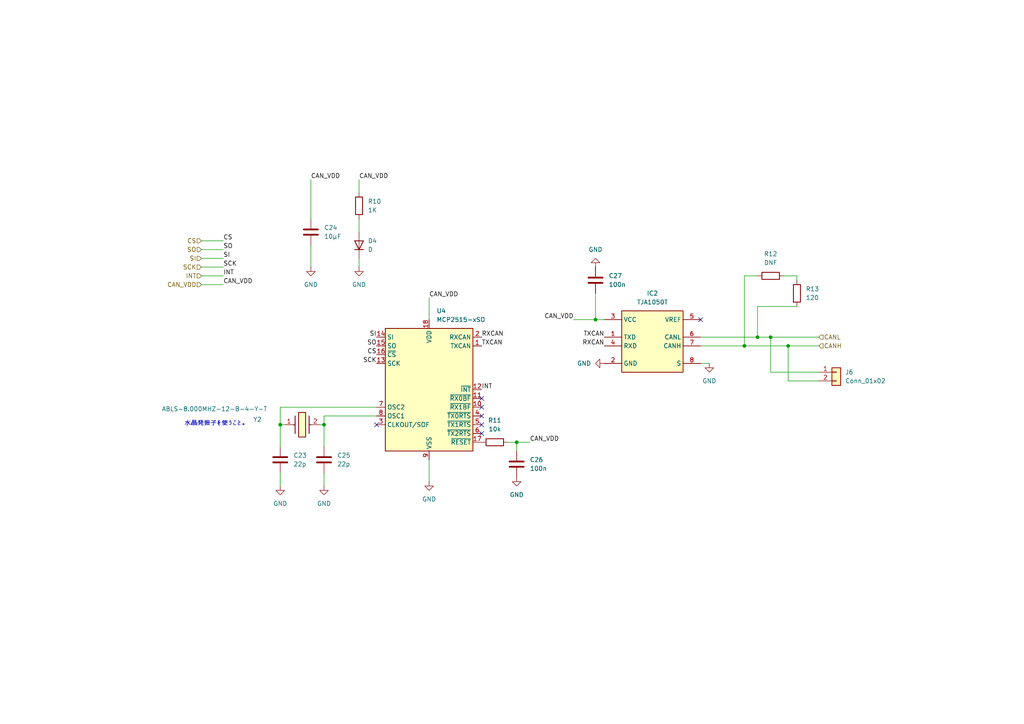
<source format=kicad_sch>
(kicad_sch (version 20250114) (generator "eeschema") (generator_version "9.0")
  (paper "A4")
  (lib_symbols
    (symbol "ABLS-8_000MHZ-12-B-4-Y-T:ABLS-8.000MHZ-12-B-4-Y-T" (pin_names (hide yes))
      (property "Reference" "Y" (at 8.89 6.35 0))
      (property "Value" "ABLS-8.000MHZ-12-B-4-Y-T" (at 8.89 3.81 0))
      (symbol "ABLS-8.000MHZ-12-B-4-Y-T_1_1"
        (polyline (pts (xy 3.048 2.54) (xy 3.048 -2.54)) (stroke (width 0.254)))
        (polyline (pts (xy 3.048 0) (xy 2.54 0)) (stroke (width 0.254)))
        (rectangle (start 4.064 3.556) (end 6.096 -3.556) (stroke (width 0.254)) (fill (type background)))
        (polyline (pts (xy 7.112 2.54) (xy 7.112 -2.54)) (stroke (width 0.254)))
        (polyline (pts (xy 7.112 0) (xy 7.62 0)) (stroke (width 0.254)))
        (pin passive line (at 0 0 0) (length 2.54) (name "1") (number "1"))
        (pin passive line (at 10.16 0 180) (length 2.54) (name "2") (number "2"))
      )
    )
    (symbol "Connector_Generic:Conn_01x02" (pin_names (offset 1.016) (hide yes))
      (property "Reference" "J" (at 0 2.54 0))
      (property "Value" "Conn_01x02" (at 0 -5.08 0))
      (symbol "Conn_01x02_1_1"
        (rectangle (start -1.27 1.27) (end 1.27 -3.81) (stroke (width 0.254)) (fill (type background)))
        (rectangle (start -1.27 0.127) (end 0 -0.127) (stroke (width 0.1524)))
        (rectangle (start -1.27 -2.413) (end 0 -2.667) (stroke (width 0.1524)))
        (pin passive line (at -5.08 0 0) (length 3.81) (name "Pin_1") (number "1"))
        (pin passive line (at -5.08 -2.54 0) (length 3.81) (name "Pin_2") (number "2"))
      )
    )
    (symbol "Device:C" (pin_numbers (hide yes)) (pin_names (offset 0.254))
      (property "Reference" "C" (at 0.635 2.54 0))
      (property "Value" "C" (at 0.635 -2.54 0))
      (symbol "C_0_1"
        (polyline (pts (xy -2.032 0.762) (xy 2.032 0.762)) (stroke (width 0.508)))
        (polyline (pts (xy -2.032 -0.762) (xy 2.032 -0.762)) (stroke (width 0.508)))
      )
      (symbol "C_1_1"
        (pin passive line (at 0 3.81 270) (length 2.794) (name "~") (number "1"))
        (pin passive line (at 0 -3.81 90) (length 2.794) (name "~") (number "2"))
      )
    )
    (symbol "Device:D" (pin_numbers (hide yes)) (pin_names (offset 1.016) (hide yes))
      (property "Reference" "D" (at 0 2.54 0))
      (property "Value" "D" (at 0 -2.54 0))
      (symbol "D_0_1"
        (polyline (pts (xy -1.27 1.27) (xy -1.27 -1.27)) (stroke (width 0.254)))
        (polyline (pts (xy 1.27 1.27) (xy 1.27 -1.27) (xy -1.27 0) (xy 1.27 1.27)) (stroke (width 0.254)))
        (polyline (pts (xy 1.27 0) (xy -1.27 0)))
      )
      (symbol "D_1_1"
        (pin passive line (at -3.81 0 0) (length 2.54) (name "K") (number "1"))
        (pin passive line (at 3.81 0 180) (length 2.54) (name "A") (number "2"))
      )
    )
    (symbol "Device:R" (pin_numbers (hide yes)) (pin_names (offset 0))
      (property "Reference" "R" (at 2.032 0 90))
      (property "Value" "R" (at 0 0 90))
      (symbol "R_0_1"
        (rectangle (start -1.016 -2.54) (end 1.016 2.54) (stroke (width 0.254)))
      )
      (symbol "R_1_1"
        (pin passive line (at 0 3.81 270) (length 1.27) (name "~") (number "1"))
        (pin passive line (at 0 -3.81 90) (length 1.27) (name "~") (number "2"))
      )
    )
    (symbol "Interface_CAN_LIN:MCP2515-xSO"
      (property "Reference" "U" (at -10.16 19.685 0))
      (property "Value" "MCP2515-xSO" (at 19.05 20.32 0))
      (symbol "MCP2515-xSO_0_1"
        (rectangle (start -12.7 17.78) (end 12.7 -17.78) (stroke (width 0.254)) (fill (type background)))
      )
      (symbol "MCP2515-xSO_1_1"
        (pin input line (at -15.24 15.24 0) (length 2.54) (name "SI") (number "14"))
        (pin output line (at -15.24 12.7 0) (length 2.54) (name "SO") (number "15"))
        (pin input line (at -15.24 10.16 0) (length 2.54) (name "~{CS}") (number "16"))
        (pin input line (at -15.24 7.62 0) (length 2.54) (name "SCK") (number "13"))
        (pin output line (at -15.24 -5.08 0) (length 2.54) (name "OSC2") (number "7"))
        (pin input line (at -15.24 -7.62 0) (length 2.54) (name "OSC1") (number "8"))
        (pin output line (at -15.24 -10.16 0) (length 2.54) (name "CLKOUT/SOF") (number "3"))
        (pin power_in line (at 0 20.32 270) (length 2.54) (name "VDD") (number "18"))
        (pin power_in line (at 0 -20.32 90) (length 2.54) (name "VSS") (number "9"))
        (pin input line (at 15.24 15.24 180) (length 2.54) (name "RXCAN") (number "2"))
        (pin output line (at 15.24 12.7 180) (length 2.54) (name "TXCAN") (number "1"))
        (pin output line (at 15.24 0 180) (length 2.54) (name "~{INT}") (number "12"))
        (pin output line (at 15.24 -2.54 180) (length 2.54) (name "~{RX0BF}") (number "11"))
        (pin output line (at 15.24 -5.08 180) (length 2.54) (name "~{RX1BF}") (number "10"))
        (pin input line (at 15.24 -7.62 180) (length 2.54) (name "~{TX0RTS}") (number "4"))
        (pin input line (at 15.24 -10.16 180) (length 2.54) (name "~{TX1RTS}") (number "5"))
        (pin input line (at 15.24 -12.7 180) (length 2.54) (name "~{TX2RTS}") (number "6"))
        (pin input line (at 15.24 -15.24 180) (length 2.54) (name "~{RESET}") (number "17"))
      )
    )
    (symbol "TJA1050T:TJA1050T"
      (property "Reference" "IC" (at 24.13 7.62 0))
      (property "Value" "TJA1050T" (at 24.13 5.08 0))
      (symbol "TJA1050T_1_1"
        (rectangle (start 5.08 2.54) (end 22.86 -15.24) (stroke (width 0.254)) (fill (type background)))
        (pin passive line (at 0 0 0) (length 5.08) (name "VCC") (number "3"))
        (pin passive line (at 0 -5.08 0) (length 5.08) (name "TXD") (number "1"))
        (pin passive line (at 0 -7.62 0) (length 5.08) (name "RXD") (number "4"))
        (pin passive line (at 0 -12.7 0) (length 5.08) (name "GND") (number "2"))
        (pin passive line (at 27.94 0 180) (length 5.08) (name "VREF") (number "5"))
        (pin passive line (at 27.94 -5.08 180) (length 5.08) (name "CANL") (number "6"))
        (pin passive line (at 27.94 -7.62 180) (length 5.08) (name "CANH") (number "7"))
        (pin passive line (at 27.94 -12.7 180) (length 5.08) (name "S") (number "8"))
      )
    )
    (symbol "power:GND" (power) (pin_numbers (hide yes)) (pin_names (offset 0) (hide yes))
      (property "Value" "GND" (at 0 -3.81 0))
      (symbol "GND_0_1"
        (polyline (pts (xy 0 0) (xy 0 -1.27) (xy 1.27 -1.27) (xy 0 -2.54) (xy -1.27 -1.27) (xy 0 -1.27)))
      )
      (symbol "GND_1_1"
        (pin power_in line (at 0 0 270) (length 0) (name "~") (number "1"))
      )
    )
  )
  (text "水晶発振子を使うこと。" (at 62.484 122.936 0) (effects (font (size 1.27 1.27))))
  (junction (at 228.6 100.33))
  (junction (at 81.28 123.19))
  (junction (at 172.72 92.71))
  (junction (at 223.52 97.79))
  (junction (at 149.86 128.27))
  (junction (at 215.9 100.33))
  (junction (at 219.71 97.79))
  (junction (at 93.98 123.19))
  (no_connect (at 109.22 123.19))
  (no_connect (at 139.7 123.19))
  (no_connect (at 139.7 115.57))
  (no_connect (at 139.7 125.73))
  (no_connect (at 139.7 120.65))
  (no_connect (at 203.2 92.71))
  (no_connect (at 139.7 118.11))
  (wire (pts (xy 93.98 123.19) (xy 93.98 129.54)))
  (wire (pts (xy 219.71 88.9) (xy 231.14 88.9)))
  (wire (pts (xy 219.71 97.79) (xy 223.52 97.79)))
  (wire (pts (xy 81.28 123.19) (xy 82.55 123.19)))
  (wire (pts (xy 149.86 128.27) (xy 149.86 130.81)))
  (wire (pts (xy 228.6 100.33) (xy 237.49 100.33)))
  (wire (pts (xy 109.22 118.11) (xy 81.28 118.11)))
  (wire (pts (xy 58.42 72.39) (xy 64.77 72.39)))
  (wire (pts (xy 58.42 82.55) (xy 64.77 82.55)))
  (wire (pts (xy 93.98 137.16) (xy 93.98 140.97)))
  (wire (pts (xy 92.71 123.19) (xy 93.98 123.19)))
  (wire (pts (xy 223.52 97.79) (xy 223.52 107.95)))
  (wire (pts (xy 228.6 100.33) (xy 228.6 110.49)))
  (wire (pts (xy 104.14 67.31) (xy 104.14 63.5)))
  (wire (pts (xy 81.28 118.11) (xy 81.28 123.19)))
  (wire (pts (xy 58.42 80.01) (xy 64.77 80.01)))
  (wire (pts (xy 81.28 123.19) (xy 81.28 129.54)))
  (wire (pts (xy 223.52 97.79) (xy 237.49 97.79)))
  (wire (pts (xy 104.14 52.07) (xy 104.14 55.88)))
  (wire (pts (xy 93.98 120.65) (xy 93.98 123.19)))
  (wire (pts (xy 58.42 74.93) (xy 64.77 74.93)))
  (wire (pts (xy 81.28 137.16) (xy 81.28 140.97)))
  (wire (pts (xy 166.37 92.71) (xy 172.72 92.71)))
  (wire (pts (xy 58.42 69.85) (xy 64.77 69.85)))
  (wire (pts (xy 90.17 52.07) (xy 90.17 63.5)))
  (wire (pts (xy 172.72 85.09) (xy 172.72 92.71)))
  (wire (pts (xy 215.9 100.33) (xy 215.9 80.01)))
  (wire (pts (xy 104.14 74.93) (xy 104.14 77.47)))
  (wire (pts (xy 215.9 80.01) (xy 219.71 80.01)))
  (wire (pts (xy 147.32 128.27) (xy 149.86 128.27)))
  (wire (pts (xy 227.33 80.01) (xy 231.14 80.01)))
  (wire (pts (xy 203.2 100.33) (xy 215.9 100.33)))
  (wire (pts (xy 172.72 92.71) (xy 175.26 92.71)))
  (wire (pts (xy 109.22 120.65) (xy 93.98 120.65)))
  (wire (pts (xy 219.71 97.79) (xy 219.71 88.9)))
  (wire (pts (xy 124.46 133.35) (xy 124.46 139.7)))
  (wire (pts (xy 231.14 80.01) (xy 231.14 81.28)))
  (wire (pts (xy 215.9 100.33) (xy 228.6 100.33)))
  (wire (pts (xy 58.42 77.47) (xy 64.77 77.47)))
  (wire (pts (xy 223.52 107.95) (xy 237.49 107.95)))
  (wire (pts (xy 90.17 71.12) (xy 90.17 77.47)))
  (wire (pts (xy 228.6 110.49) (xy 237.49 110.49)))
  (wire (pts (xy 124.46 86.36) (xy 124.46 92.71)))
  (wire (pts (xy 203.2 97.79) (xy 219.71 97.79)))
  (wire (pts (xy 149.86 128.27) (xy 153.67 128.27)))
  (wire (pts (xy 203.2 105.41) (xy 205.74 105.41)))
  (label "TXCAN" (at 175.26 97.79 180))
  (label "CS" (at 109.22 102.87 180))
  (label "CAN_VDD" (at 104.14 52.07 0))
  (label "CAN_VDD" (at 124.46 86.36 0))
  (label "SO" (at 109.22 100.33 180))
  (label "CS" (at 64.77 69.85 0))
  (label "SCK" (at 109.22 105.41 180))
  (label "CAN_VDD" (at 166.37 92.71 180))
  (label "SI" (at 109.22 97.79 180))
  (label "RXCAN" (at 139.7 97.79 0))
  (label "CAN_VDD" (at 64.77 82.55 0))
  (label "CAN_VDD" (at 153.67 128.27 0))
  (label "SCK" (at 64.77 77.47 0))
  (label "CAN_VDD" (at 90.17 52.07 0))
  (label "SO" (at 64.77 72.39 0))
  (label "RXCAN" (at 175.26 100.33 180))
  (label "INT" (at 139.7 113.03 0))
  (label "TXCAN" (at 139.7 100.33 0))
  (label "SI" (at 64.77 74.93 0))
  (label "INT" (at 64.77 80.01 0))
  (hierarchical_label "CS" (shape input) (at 58.42 69.85 180))
  (hierarchical_label "SO" (shape input) (at 58.42 72.39 180))
  (hierarchical_label "CAN_VDD" (shape input) (at 58.42 82.55 180))
  (hierarchical_label "INT" (shape input) (at 58.42 80.01 180))
  (hierarchical_label "SCK" (shape input) (at 58.42 77.47 180))
  (hierarchical_label "SI" (shape input) (at 58.42 74.93 180))
  (hierarchical_label "CANH" (shape input) (at 237.49 100.33 0))
  (hierarchical_label "CANL" (shape input) (at 237.49 97.79 0))
  (symbol (lib_id "power:GND") (at 205.74 105.41 0) (unit 1)
    (property "Reference" "#PWR052" (effects (hide yes)))
    (property "Value" "GND" (at 205.74 110.49 0))
    (property "Description" "Power symbol creates a global label with name \"GND\" , ground" (effects (hide yes)))
  )
  (symbol (lib_id "power:GND") (at 149.86 138.43 0) (unit 1)
    (property "Reference" "#PWR049" (effects (hide yes)))
    (property "Value" "GND" (at 149.86 143.51 0))
    (property "Description" "Power symbol creates a global label with name \"GND\" , ground" (effects (hide yes)))
  )
  (symbol (lib_id "Device:R") (at 104.14 59.69 0) (unit 1)
    (property "Reference" "R10" (at 106.68 58.4199 0) (effects (justify left)))
    (property "Value" "1K" (at 106.68 60.9599 0) (effects (justify left)))
    (property "Footprint" "Resistor_SMD:R_0603_1608Metric" (effects (hide yes)))
    (property "Description" "Resistor" (effects (hide yes)))
  )
  (symbol (lib_id "Device:R") (at 231.14 85.09 0) (unit 1)
    (property "Reference" "R13" (at 233.68 83.8199 0) (effects (justify left)))
    (property "Value" "120" (at 233.68 86.3599 0) (effects (justify left)))
    (property "Footprint" "Resistor_SMD:R_0603_1608Metric" (effects (hide yes)))
    (property "Description" "Resistor" (effects (hide yes)))
  )
  (symbol (lib_id "Device:C") (at 93.98 133.35 0) (unit 1)
    (property "Reference" "C25" (at 97.79 132.0799 0) (effects (justify left)))
    (property "Value" "22p" (at 97.79 134.6199 0) (effects (justify left)))
    (property "Footprint" "Capacitor_SMD:C_0603_1608Metric" (effects (hide yes)))
    (property "Description" "Unpolarized capacitor" (effects (hide yes)))
  )
  (symbol (lib_id "power:GND") (at 175.26 105.41 270) (unit 1)
    (property "Reference" "#PWR051" (effects (hide yes)))
    (property "Value" "GND" (at 171.45 105.4099 90) (effects (justify right)))
    (property "Description" "Power symbol creates a global label with name \"GND\" , ground" (effects (hide yes)))
  )
  (symbol (lib_id "Device:R") (at 223.52 80.01 90) (unit 1)
    (property "Reference" "R12" (at 223.52 73.66 90))
    (property "Value" "DNF" (at 223.52 76.2 90))
    (property "Footprint" "Resistor_SMD:R_0603_1608Metric" (effects (hide yes)))
    (property "Description" "Resistor" (effects (hide yes)))
  )
  (symbol (lib_id "Device:C") (at 90.17 67.31 0) (unit 1)
    (property "Reference" "C24" (at 93.98 66.0399 0) (effects (justify left)))
    (property "Value" "10μF" (at 93.98 68.5799 0) (effects (justify left)))
    (property "Footprint" "Capacitor_SMD:C_0805_2012Metric" (effects (hide yes)))
    (property "Description" "Unpolarized capacitor" (effects (hide yes)))
  )
  (symbol (lib_id "Device:C") (at 172.72 81.28 0) (unit 1)
    (property "Reference" "C27" (at 176.53 80.0099 0) (effects (justify left)))
    (property "Value" "100n" (at 176.53 82.5499 0) (effects (justify left)))
    (property "Footprint" "Capacitor_SMD:C_0603_1608Metric" (effects (hide yes)))
    (property "Description" "Unpolarized capacitor" (effects (hide yes)))
  )
  (symbol (lib_id "power:GND") (at 104.14 77.47 0) (unit 1)
    (property "Reference" "#PWR047" (effects (hide yes)))
    (property "Value" "GND" (at 104.14 82.55 0))
    (property "Description" "Power symbol creates a global label with name \"GND\" , ground" (effects (hide yes)))
  )
  (symbol (lib_id "Device:C") (at 81.28 133.35 0) (unit 1)
    (property "Reference" "C23" (at 85.09 132.0799 0) (effects (justify left)))
    (property "Value" "22p" (at 85.09 134.6199 0) (effects (justify left)))
    (property "Footprint" "Capacitor_SMD:C_0603_1608Metric" (effects (hide yes)))
    (property "Description" "Unpolarized capacitor" (effects (hide yes)))
  )
  (symbol (lib_id "power:GND") (at 90.17 77.47 0) (unit 1)
    (property "Reference" "#PWR045" (effects (hide yes)))
    (property "Value" "GND" (at 90.17 82.55 0))
    (property "Description" "Power symbol creates a global label with name \"GND\" , ground" (effects (hide yes)))
  )
  (symbol (lib_id "Device:D") (at 104.14 71.12 90) (unit 1)
    (property "Reference" "D4" (at 106.68 69.8499 90) (effects (justify right)))
    (property "Value" "D" (at 106.68 72.3899 90) (effects (justify right)))
    (property "Footprint" "Diode_SMD:D_SMA" (effects (hide yes)))
    (property "Description" "Diode" (effects (hide yes)))
    (property "Sim.Device" "D" (effects (hide yes)))
    (property "Sim.Pins" "1=K 2=A" (effects (hide yes)))
  )
  (symbol (lib_id "power:GND") (at 93.98 140.97 0) (unit 1)
    (property "Reference" "#PWR046" (effects (hide yes)))
    (property "Value" "GND" (at 93.98 146.05 0))
    (property "Description" "Power symbol creates a global label with name \"GND\" , ground" (effects (hide yes)))
  )
  (symbol (lib_id "Device:R") (at 143.51 128.27 90) (unit 1)
    (property "Reference" "R11" (at 143.51 121.92 90))
    (property "Value" "10k" (at 143.51 124.46 90))
    (property "Footprint" "Resistor_SMD:R_0603_1608Metric" (effects (hide yes)))
    (property "Description" "Resistor" (effects (hide yes)))
  )
  (symbol (lib_id "Interface_CAN_LIN:MCP2515-xSO") (at 124.46 113.03 0) (unit 1)
    (property "Reference" "U4" (at 126.6033 90.17 0) (effects (justify left)))
    (property "Value" "MCP2515-xSO" (at 126.6033 92.71 0) (effects (justify left)))
    (property "Footprint" "Package_SO:SOIC-18W_7.5x11.6mm_P1.27mm" (effects (hide yes)))
    (property "Datasheet" "http://ww1.microchip.com/downloads/en/DeviceDoc/21801e.pdf" (effects (hide yes)))
    (property "Description" "Stand-Alone CAN Controller with SPI Interface, SOIC-18" (effects (hide yes)))
  )
  (symbol (lib_id "power:GND") (at 172.72 77.47 0) (mirror x) (unit 1)
    (property "Reference" "#PWR050" (effects (hide yes)))
    (property "Value" "GND" (at 172.72 72.39 0))
    (property "Description" "Power symbol creates a global label with name \"GND\" , ground" (effects (hide yes)))
  )
  (symbol (lib_id "Connector_Generic:Conn_01x02") (at 242.57 107.95 0) (unit 1)
    (property "Reference" "J6" (at 245.11 107.9499 0) (effects (justify left)))
    (property "Value" "Conn_01x02" (at 245.11 110.4899 0) (effects (justify left)))
    (property "Footprint" "Connector_PinHeader_2.54mm:PinHeader_1x02_P2.54mm_Vertical" (effects (hide yes)))
    (property "Description" "Generic connector, single row, 01x02, script generated (kicad-library-utils/schlib/autogen/connector/)" (effects (hide yes)))
  )
  (symbol (lib_id "Device:C") (at 149.86 134.62 0) (unit 1)
    (property "Reference" "C26" (at 153.67 133.3499 0) (effects (justify left)))
    (property "Value" "100n" (at 153.67 135.8899 0) (effects (justify left)))
    (property "Footprint" "Capacitor_SMD:C_0603_1608Metric" (effects (hide yes)))
    (property "Description" "Unpolarized capacitor" (effects (hide yes)))
  )
  (symbol (lib_id "power:GND") (at 81.28 140.97 0) (unit 1)
    (property "Reference" "#PWR044" (effects (hide yes)))
    (property "Value" "GND" (at 81.28 146.05 0))
    (property "Description" "Power symbol creates a global label with name \"GND\" , ground" (effects (hide yes)))
  )
  (symbol (lib_id "TJA1050T:TJA1050T") (at 175.26 92.71 0) (unit 1)
    (property "Reference" "IC2" (at 189.23 85.09 0))
    (property "Value" "TJA1050T" (at 189.23 87.63 0))
    (property "Footprint" "footprint:SOIC127P600X175-8N" (effects (hide yes)))
    (property "Datasheet" "https://datasheet.datasheetarchive.com/originals/distributors/Datasheets-NXP/DSANXP010005907.pdf" (effects (hide yes)))
    (property "Description" "IC,transceiver,CAN,SOIC8,TJA1050T/N1" (effects (hide yes)))
    (property "Height" "1.75" (effects (hide yes)))
    (property "Manufacturer_Name" "NXP" (effects (hide yes)))
    (property "Manufacturer_Part_Number" "TJA1050T" (effects (hide yes)))
    (property "Mouser Part Number" "N/A" (effects (hide yes)))
    (property "Mouser Price/Stock" "https://www.mouser.co.uk/ProductDetail/NXP-Semiconductors/TJA1050T?qs=WhRErS6oET%252B5mtiFrt9ZMQ%3D%3D" (effects (hide yes)))
  )
  (symbol (lib_id "ABLS-8_000MHZ-12-B-4-Y-T:ABLS-8.000MHZ-12-B-4-Y-T") (at 82.55 123.19 0) (unit 1)
    (property "Reference" "Y2" (at 74.676 121.666 0))
    (property "Value" "ABLS-8.000MHZ-12-B-4-Y-T" (at 62.23 118.618 0))
    (property "Footprint" "footprint:ABLS8000MHz12B4YT" (effects (hide yes)))
    (property "Datasheet" "https://abracon.com/Resonators/abls.pdf" (effects (hide yes)))
    (property "Description" "ABLS Series 10 MHz 30 ppm 18 pF -30 to +70 C Surface Mount Low Profile Crystal" (effects (hide yes)))
    (property "Height" "4.2" (effects (hide yes)))
    (property "Manufacturer_Name" "ABRACON" (effects (hide yes)))
    (property "Manufacturer_Part_Number" "ABLS-8.000MHZ-12-B-4-Y-T" (effects (hide yes)))
    (property "Mouser Part Number" "815-LS8000MHZ12B4YT" (effects (hide yes)))
    (property "Mouser Price/Stock" "https://www.mouser.co.uk/ProductDetail/ABRACON/ABLS-8000MHZ-12-B-4-Y-T?qs=vLWxofP3U2xe9RnHJKIhzg%3D%3D" (effects (hide yes)))
    (property "Arrow Part Number" "ABLS-8.000MHZ-12-B-4-Y-T" (effects (hide yes)))
    (property "Arrow Price/Stock" "https://www.arrow.com/en/products/abls-8.000mhz-12-b-4-y-t/abracon" (effects (hide yes)))
  )
  (symbol (lib_id "power:GND") (at 124.46 139.7 0) (unit 1)
    (property "Reference" "#PWR048" (effects (hide yes)))
    (property "Value" "GND" (at 124.46 144.78 0))
    (property "Description" "Power symbol creates a global label with name \"GND\" , ground" (effects (hide yes)))
  )
)
</source>
